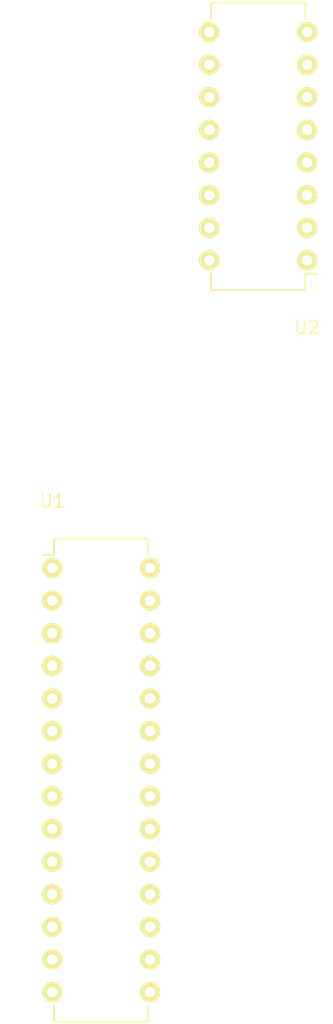
<source format=kicad_pcb>
(kicad_pcb (version 4) (host pcbnew 4.0.4-stable)

  (general
    (links 12)
    (no_connects 12)
    (area 0 0 0 0)
    (thickness 1.6)
    (drawings 0)
    (tracks 0)
    (zones 0)
    (modules 2)
    (nets 31)
  )

  (page A4)
  (layers
    (0 F.Cu signal)
    (31 B.Cu signal)
    (32 B.Adhes user)
    (33 F.Adhes user)
    (34 B.Paste user)
    (35 F.Paste user)
    (36 B.SilkS user)
    (37 F.SilkS user)
    (38 B.Mask user)
    (39 F.Mask user)
    (40 Dwgs.User user)
    (41 Cmts.User user)
    (42 Eco1.User user)
    (43 Eco2.User user)
    (44 Edge.Cuts user)
    (45 Margin user)
    (46 B.CrtYd user)
    (47 F.CrtYd user)
    (48 B.Fab user)
    (49 F.Fab user)
  )

  (setup
    (last_trace_width 0.25)
    (trace_clearance 0.2)
    (zone_clearance 0.508)
    (zone_45_only no)
    (trace_min 0.2)
    (segment_width 0.2)
    (edge_width 0.15)
    (via_size 0.6)
    (via_drill 0.4)
    (via_min_size 0.4)
    (via_min_drill 0.3)
    (uvia_size 0.3)
    (uvia_drill 0.1)
    (uvias_allowed no)
    (uvia_min_size 0.2)
    (uvia_min_drill 0.1)
    (pcb_text_width 0.3)
    (pcb_text_size 1.5 1.5)
    (mod_edge_width 0.15)
    (mod_text_size 1 1)
    (mod_text_width 0.15)
    (pad_size 1.524 1.524)
    (pad_drill 0.762)
    (pad_to_mask_clearance 0.2)
    (aux_axis_origin 0 0)
    (visible_elements FFFFFF7F)
    (pcbplotparams
      (layerselection 0x00030_80000001)
      (usegerberextensions false)
      (excludeedgelayer true)
      (linewidth 0.100000)
      (plotframeref false)
      (viasonmask false)
      (mode 1)
      (useauxorigin false)
      (hpglpennumber 1)
      (hpglpenspeed 20)
      (hpglpendiameter 15)
      (hpglpenoverlay 2)
      (psnegative false)
      (psa4output false)
      (plotreference true)
      (plotvalue true)
      (plotinvisibletext false)
      (padsonsilk false)
      (subtractmaskfromsilk false)
      (outputformat 1)
      (mirror false)
      (drillshape 1)
      (scaleselection 1)
      (outputdirectory ""))
  )

  (net 0 "")
  (net 1 "Net-(U1-Pad1)")
  (net 2 "Net-(U1-Pad2)")
  (net 3 "Net-(U1-Pad3)")
  (net 4 "Net-(U1-Pad4)")
  (net 5 "Net-(U1-Pad5)")
  (net 6 "Net-(U1-Pad6)")
  (net 7 "Net-(U1-Pad7)")
  (net 8 "Net-(U1-Pad8)")
  (net 9 "Net-(U1-Pad9)")
  (net 10 "Net-(U1-Pad10)")
  (net 11 "Net-(U1-Pad12)")
  (net 12 "Net-(U1-Pad13)")
  (net 13 "Net-(U1-Pad15)")
  (net 14 "Net-(U1-Pad16)")
  (net 15 "Net-(U1-Pad24)")
  (net 16 "Net-(U1-Pad23)")
  (net 17 "Net-(U1-Pad25)")
  (net 18 "Net-(U1-Pad22)")
  (net 19 VSS)
  (net 20 "Net-(U1-Pad21)")
  (net 21 "Net-(U2-Pad10)")
  (net 22 "Net-(U2-Pad11)")
  (net 23 "Net-(U1-Pad27)")
  (net 24 "Net-(U1-Pad26)")
  (net 25 "Net-(U1-Pad28)")
  (net 26 "Net-(U1-Pad17)")
  (net 27 "Net-(U1-Pad18)")
  (net 28 "Net-(U1-Pad19)")
  (net 29 "Net-(U1-Pad20)")
  (net 30 VDD)

  (net_class Default "This is the default net class."
    (clearance 0.2)
    (trace_width 0.25)
    (via_dia 0.6)
    (via_drill 0.4)
    (uvia_dia 0.3)
    (uvia_drill 0.1)
    (add_net "Net-(U1-Pad1)")
    (add_net "Net-(U1-Pad10)")
    (add_net "Net-(U1-Pad12)")
    (add_net "Net-(U1-Pad13)")
    (add_net "Net-(U1-Pad15)")
    (add_net "Net-(U1-Pad16)")
    (add_net "Net-(U1-Pad17)")
    (add_net "Net-(U1-Pad18)")
    (add_net "Net-(U1-Pad19)")
    (add_net "Net-(U1-Pad2)")
    (add_net "Net-(U1-Pad20)")
    (add_net "Net-(U1-Pad21)")
    (add_net "Net-(U1-Pad22)")
    (add_net "Net-(U1-Pad23)")
    (add_net "Net-(U1-Pad24)")
    (add_net "Net-(U1-Pad25)")
    (add_net "Net-(U1-Pad26)")
    (add_net "Net-(U1-Pad27)")
    (add_net "Net-(U1-Pad28)")
    (add_net "Net-(U1-Pad3)")
    (add_net "Net-(U1-Pad4)")
    (add_net "Net-(U1-Pad5)")
    (add_net "Net-(U1-Pad6)")
    (add_net "Net-(U1-Pad7)")
    (add_net "Net-(U1-Pad8)")
    (add_net "Net-(U1-Pad9)")
    (add_net "Net-(U2-Pad10)")
    (add_net "Net-(U2-Pad11)")
    (add_net VDD)
    (add_net VSS)
  )

  (module Housings_DIP:DIP-28_W7.62mm (layer F.Cu) (tedit 54130A77) (tstamp 58118FD0)
    (at 148.5011 105.0036)
    (descr "28-lead dip package, row spacing 7.62 mm (300 mils)")
    (tags "dil dip 2.54 300")
    (path /58118A41)
    (fp_text reference U1 (at 0 -5.22) (layer F.SilkS)
      (effects (font (size 1 1) (thickness 0.15)))
    )
    (fp_text value MCP23017 (at 0 -3.72) (layer F.Fab)
      (effects (font (size 1 1) (thickness 0.15)))
    )
    (fp_line (start -1.05 -2.45) (end -1.05 35.5) (layer F.CrtYd) (width 0.05))
    (fp_line (start 8.65 -2.45) (end 8.65 35.5) (layer F.CrtYd) (width 0.05))
    (fp_line (start -1.05 -2.45) (end 8.65 -2.45) (layer F.CrtYd) (width 0.05))
    (fp_line (start -1.05 35.5) (end 8.65 35.5) (layer F.CrtYd) (width 0.05))
    (fp_line (start 0.135 -2.295) (end 0.135 -1.025) (layer F.SilkS) (width 0.15))
    (fp_line (start 7.485 -2.295) (end 7.485 -1.025) (layer F.SilkS) (width 0.15))
    (fp_line (start 7.485 35.315) (end 7.485 34.045) (layer F.SilkS) (width 0.15))
    (fp_line (start 0.135 35.315) (end 0.135 34.045) (layer F.SilkS) (width 0.15))
    (fp_line (start 0.135 -2.295) (end 7.485 -2.295) (layer F.SilkS) (width 0.15))
    (fp_line (start 0.135 35.315) (end 7.485 35.315) (layer F.SilkS) (width 0.15))
    (fp_line (start 0.135 -1.025) (end -0.8 -1.025) (layer F.SilkS) (width 0.15))
    (pad 1 thru_hole oval (at 0 0) (size 1.6 1.6) (drill 0.8) (layers *.Cu *.Mask F.SilkS)
      (net 1 "Net-(U1-Pad1)"))
    (pad 2 thru_hole oval (at 0 2.54) (size 1.6 1.6) (drill 0.8) (layers *.Cu *.Mask F.SilkS)
      (net 2 "Net-(U1-Pad2)"))
    (pad 3 thru_hole oval (at 0 5.08) (size 1.6 1.6) (drill 0.8) (layers *.Cu *.Mask F.SilkS)
      (net 3 "Net-(U1-Pad3)"))
    (pad 4 thru_hole oval (at 0 7.62) (size 1.6 1.6) (drill 0.8) (layers *.Cu *.Mask F.SilkS)
      (net 4 "Net-(U1-Pad4)"))
    (pad 5 thru_hole oval (at 0 10.16) (size 1.6 1.6) (drill 0.8) (layers *.Cu *.Mask F.SilkS)
      (net 5 "Net-(U1-Pad5)"))
    (pad 6 thru_hole oval (at 0 12.7) (size 1.6 1.6) (drill 0.8) (layers *.Cu *.Mask F.SilkS)
      (net 6 "Net-(U1-Pad6)"))
    (pad 7 thru_hole oval (at 0 15.24) (size 1.6 1.6) (drill 0.8) (layers *.Cu *.Mask F.SilkS)
      (net 7 "Net-(U1-Pad7)"))
    (pad 8 thru_hole oval (at 0 17.78) (size 1.6 1.6) (drill 0.8) (layers *.Cu *.Mask F.SilkS)
      (net 8 "Net-(U1-Pad8)"))
    (pad 9 thru_hole oval (at 0 20.32) (size 1.6 1.6) (drill 0.8) (layers *.Cu *.Mask F.SilkS)
      (net 9 "Net-(U1-Pad9)"))
    (pad 10 thru_hole oval (at 0 22.86) (size 1.6 1.6) (drill 0.8) (layers *.Cu *.Mask F.SilkS)
      (net 10 "Net-(U1-Pad10)"))
    (pad 11 thru_hole oval (at 0 25.4) (size 1.6 1.6) (drill 0.8) (layers *.Cu *.Mask F.SilkS))
    (pad 12 thru_hole oval (at 0 27.94) (size 1.6 1.6) (drill 0.8) (layers *.Cu *.Mask F.SilkS)
      (net 11 "Net-(U1-Pad12)"))
    (pad 13 thru_hole oval (at 0 30.48) (size 1.6 1.6) (drill 0.8) (layers *.Cu *.Mask F.SilkS)
      (net 12 "Net-(U1-Pad13)"))
    (pad 14 thru_hole oval (at 0 33.02) (size 1.6 1.6) (drill 0.8) (layers *.Cu *.Mask F.SilkS))
    (pad 15 thru_hole oval (at 7.62 33.02) (size 1.6 1.6) (drill 0.8) (layers *.Cu *.Mask F.SilkS)
      (net 13 "Net-(U1-Pad15)"))
    (pad 16 thru_hole oval (at 7.62 30.48) (size 1.6 1.6) (drill 0.8) (layers *.Cu *.Mask F.SilkS)
      (net 14 "Net-(U1-Pad16)"))
    (pad 17 thru_hole oval (at 7.62 27.94) (size 1.6 1.6) (drill 0.8) (layers *.Cu *.Mask F.SilkS)
      (net 26 "Net-(U1-Pad17)"))
    (pad 18 thru_hole oval (at 7.62 25.4) (size 1.6 1.6) (drill 0.8) (layers *.Cu *.Mask F.SilkS)
      (net 27 "Net-(U1-Pad18)"))
    (pad 19 thru_hole oval (at 7.62 22.86) (size 1.6 1.6) (drill 0.8) (layers *.Cu *.Mask F.SilkS)
      (net 28 "Net-(U1-Pad19)"))
    (pad 20 thru_hole oval (at 7.62 20.32) (size 1.6 1.6) (drill 0.8) (layers *.Cu *.Mask F.SilkS)
      (net 29 "Net-(U1-Pad20)"))
    (pad 21 thru_hole oval (at 7.62 17.78) (size 1.6 1.6) (drill 0.8) (layers *.Cu *.Mask F.SilkS)
      (net 20 "Net-(U1-Pad21)"))
    (pad 22 thru_hole oval (at 7.62 15.24) (size 1.6 1.6) (drill 0.8) (layers *.Cu *.Mask F.SilkS)
      (net 18 "Net-(U1-Pad22)"))
    (pad 23 thru_hole oval (at 7.62 12.7) (size 1.6 1.6) (drill 0.8) (layers *.Cu *.Mask F.SilkS)
      (net 16 "Net-(U1-Pad23)"))
    (pad 24 thru_hole oval (at 7.62 10.16) (size 1.6 1.6) (drill 0.8) (layers *.Cu *.Mask F.SilkS)
      (net 15 "Net-(U1-Pad24)"))
    (pad 25 thru_hole oval (at 7.62 7.62) (size 1.6 1.6) (drill 0.8) (layers *.Cu *.Mask F.SilkS)
      (net 17 "Net-(U1-Pad25)"))
    (pad 26 thru_hole oval (at 7.62 5.08) (size 1.6 1.6) (drill 0.8) (layers *.Cu *.Mask F.SilkS)
      (net 24 "Net-(U1-Pad26)"))
    (pad 27 thru_hole oval (at 7.62 2.54) (size 1.6 1.6) (drill 0.8) (layers *.Cu *.Mask F.SilkS)
      (net 23 "Net-(U1-Pad27)"))
    (pad 28 thru_hole oval (at 7.62 0) (size 1.6 1.6) (drill 0.8) (layers *.Cu *.Mask F.SilkS)
      (net 25 "Net-(U1-Pad28)"))
    (model Housings_DIP.3dshapes/DIP-28_W7.62mm.wrl
      (at (xyz 0 0 0))
      (scale (xyz 1 1 1))
      (rotate (xyz 0 0 0))
    )
  )

  (module Housings_DIP:DIP-16_W7.62mm (layer F.Cu) (tedit 54130A77) (tstamp 58118FEF)
    (at 168.3639 81.0514 180)
    (descr "16-lead dip package, row spacing 7.62 mm (300 mils)")
    (tags "dil dip 2.54 300")
    (path /58118A58)
    (fp_text reference U2 (at 0 -5.22 180) (layer F.SilkS)
      (effects (font (size 1 1) (thickness 0.15)))
    )
    (fp_text value 4020 (at 0 -3.72 180) (layer F.Fab)
      (effects (font (size 1 1) (thickness 0.15)))
    )
    (fp_line (start -1.05 -2.45) (end -1.05 20.25) (layer F.CrtYd) (width 0.05))
    (fp_line (start 8.65 -2.45) (end 8.65 20.25) (layer F.CrtYd) (width 0.05))
    (fp_line (start -1.05 -2.45) (end 8.65 -2.45) (layer F.CrtYd) (width 0.05))
    (fp_line (start -1.05 20.25) (end 8.65 20.25) (layer F.CrtYd) (width 0.05))
    (fp_line (start 0.135 -2.295) (end 0.135 -1.025) (layer F.SilkS) (width 0.15))
    (fp_line (start 7.485 -2.295) (end 7.485 -1.025) (layer F.SilkS) (width 0.15))
    (fp_line (start 7.485 20.075) (end 7.485 18.805) (layer F.SilkS) (width 0.15))
    (fp_line (start 0.135 20.075) (end 0.135 18.805) (layer F.SilkS) (width 0.15))
    (fp_line (start 0.135 -2.295) (end 7.485 -2.295) (layer F.SilkS) (width 0.15))
    (fp_line (start 0.135 20.075) (end 7.485 20.075) (layer F.SilkS) (width 0.15))
    (fp_line (start 0.135 -1.025) (end -0.8 -1.025) (layer F.SilkS) (width 0.15))
    (pad 1 thru_hole oval (at 0 0 180) (size 1.6 1.6) (drill 0.8) (layers *.Cu *.Mask F.SilkS)
      (net 2 "Net-(U1-Pad2)"))
    (pad 2 thru_hole oval (at 0 2.54 180) (size 1.6 1.6) (drill 0.8) (layers *.Cu *.Mask F.SilkS)
      (net 3 "Net-(U1-Pad3)"))
    (pad 3 thru_hole oval (at 0 5.08 180) (size 1.6 1.6) (drill 0.8) (layers *.Cu *.Mask F.SilkS)
      (net 4 "Net-(U1-Pad4)"))
    (pad 4 thru_hole oval (at 0 7.62 180) (size 1.6 1.6) (drill 0.8) (layers *.Cu *.Mask F.SilkS)
      (net 15 "Net-(U1-Pad24)"))
    (pad 5 thru_hole oval (at 0 10.16 180) (size 1.6 1.6) (drill 0.8) (layers *.Cu *.Mask F.SilkS)
      (net 16 "Net-(U1-Pad23)"))
    (pad 6 thru_hole oval (at 0 12.7 180) (size 1.6 1.6) (drill 0.8) (layers *.Cu *.Mask F.SilkS)
      (net 17 "Net-(U1-Pad25)"))
    (pad 7 thru_hole oval (at 0 15.24 180) (size 1.6 1.6) (drill 0.8) (layers *.Cu *.Mask F.SilkS)
      (net 18 "Net-(U1-Pad22)"))
    (pad 8 thru_hole oval (at 0 17.78 180) (size 1.6 1.6) (drill 0.8) (layers *.Cu *.Mask F.SilkS)
      (net 19 VSS))
    (pad 9 thru_hole oval (at 7.62 17.78 180) (size 1.6 1.6) (drill 0.8) (layers *.Cu *.Mask F.SilkS)
      (net 20 "Net-(U1-Pad21)"))
    (pad 10 thru_hole oval (at 7.62 15.24 180) (size 1.6 1.6) (drill 0.8) (layers *.Cu *.Mask F.SilkS)
      (net 21 "Net-(U2-Pad10)"))
    (pad 11 thru_hole oval (at 7.62 12.7 180) (size 1.6 1.6) (drill 0.8) (layers *.Cu *.Mask F.SilkS)
      (net 22 "Net-(U2-Pad11)"))
    (pad 12 thru_hole oval (at 7.62 10.16 180) (size 1.6 1.6) (drill 0.8) (layers *.Cu *.Mask F.SilkS)
      (net 23 "Net-(U1-Pad27)"))
    (pad 13 thru_hole oval (at 7.62 7.62 180) (size 1.6 1.6) (drill 0.8) (layers *.Cu *.Mask F.SilkS)
      (net 24 "Net-(U1-Pad26)"))
    (pad 14 thru_hole oval (at 7.62 5.08 180) (size 1.6 1.6) (drill 0.8) (layers *.Cu *.Mask F.SilkS)
      (net 25 "Net-(U1-Pad28)"))
    (pad 15 thru_hole oval (at 7.62 2.54 180) (size 1.6 1.6) (drill 0.8) (layers *.Cu *.Mask F.SilkS)
      (net 1 "Net-(U1-Pad1)"))
    (pad 16 thru_hole oval (at 7.62 0 180) (size 1.6 1.6) (drill 0.8) (layers *.Cu *.Mask F.SilkS)
      (net 30 VDD))
    (model Housings_DIP.3dshapes/DIP-16_W7.62mm.wrl
      (at (xyz 0 0 0))
      (scale (xyz 1 1 1))
      (rotate (xyz 0 0 0))
    )
  )

)

</source>
